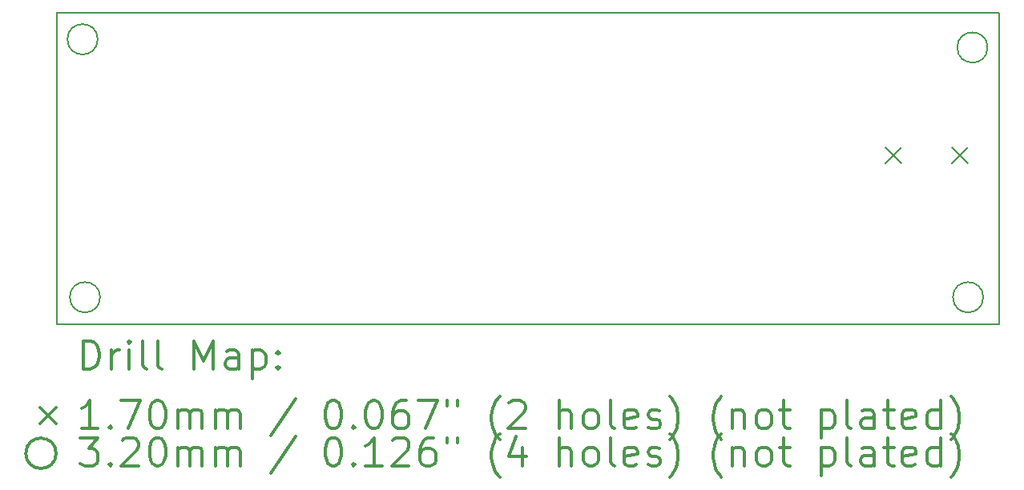
<source format=gbr>
%FSLAX45Y45*%
G04 Gerber Fmt 4.5, Leading zero omitted, Abs format (unit mm)*
G04 Created by KiCad (PCBNEW 5.0.2+dfsg1-1) date Fr 08 Jan 2021 16:22:00 CET*
%MOMM*%
%LPD*%
G01*
G04 APERTURE LIST*
%ADD10C,0.200000*%
%ADD11C,0.300000*%
G04 APERTURE END LIST*
D10*
X9845040Y-8939960D02*
X9845040Y-5643880D01*
X19800000Y-8939960D02*
X9845040Y-8939960D01*
X19800000Y-5648960D02*
X19800000Y-8939960D01*
X9850120Y-5648960D02*
X19800000Y-5648960D01*
D10*
X18601360Y-7072720D02*
X18771360Y-7242720D01*
X18771360Y-7072720D02*
X18601360Y-7242720D01*
X19301360Y-7072720D02*
X19471360Y-7242720D01*
X19471360Y-7072720D02*
X19301360Y-7242720D01*
X19631640Y-8656320D02*
G75*
G03X19631640Y-8656320I-160000J0D01*
G01*
X10299680Y-8656320D02*
G75*
G03X10299680Y-8656320I-160000J0D01*
G01*
X10274280Y-5928360D02*
G75*
G03X10274280Y-5928360I-160000J0D01*
G01*
X19677360Y-6014720D02*
G75*
G03X19677360Y-6014720I-160000J0D01*
G01*
D11*
X10121468Y-9415674D02*
X10121468Y-9115674D01*
X10192897Y-9115674D01*
X10235754Y-9129960D01*
X10264326Y-9158532D01*
X10278611Y-9187103D01*
X10292897Y-9244246D01*
X10292897Y-9287103D01*
X10278611Y-9344246D01*
X10264326Y-9372817D01*
X10235754Y-9401389D01*
X10192897Y-9415674D01*
X10121468Y-9415674D01*
X10421468Y-9415674D02*
X10421468Y-9215674D01*
X10421468Y-9272817D02*
X10435754Y-9244246D01*
X10450040Y-9229960D01*
X10478611Y-9215674D01*
X10507183Y-9215674D01*
X10607183Y-9415674D02*
X10607183Y-9215674D01*
X10607183Y-9115674D02*
X10592897Y-9129960D01*
X10607183Y-9144246D01*
X10621468Y-9129960D01*
X10607183Y-9115674D01*
X10607183Y-9144246D01*
X10792897Y-9415674D02*
X10764326Y-9401389D01*
X10750040Y-9372817D01*
X10750040Y-9115674D01*
X10950040Y-9415674D02*
X10921468Y-9401389D01*
X10907183Y-9372817D01*
X10907183Y-9115674D01*
X11292897Y-9415674D02*
X11292897Y-9115674D01*
X11392897Y-9329960D01*
X11492897Y-9115674D01*
X11492897Y-9415674D01*
X11764326Y-9415674D02*
X11764326Y-9258532D01*
X11750040Y-9229960D01*
X11721468Y-9215674D01*
X11664326Y-9215674D01*
X11635754Y-9229960D01*
X11764326Y-9401389D02*
X11735754Y-9415674D01*
X11664326Y-9415674D01*
X11635754Y-9401389D01*
X11621468Y-9372817D01*
X11621468Y-9344246D01*
X11635754Y-9315674D01*
X11664326Y-9301389D01*
X11735754Y-9301389D01*
X11764326Y-9287103D01*
X11907183Y-9215674D02*
X11907183Y-9515674D01*
X11907183Y-9229960D02*
X11935754Y-9215674D01*
X11992897Y-9215674D01*
X12021468Y-9229960D01*
X12035754Y-9244246D01*
X12050040Y-9272817D01*
X12050040Y-9358532D01*
X12035754Y-9387103D01*
X12021468Y-9401389D01*
X11992897Y-9415674D01*
X11935754Y-9415674D01*
X11907183Y-9401389D01*
X12178611Y-9387103D02*
X12192897Y-9401389D01*
X12178611Y-9415674D01*
X12164326Y-9401389D01*
X12178611Y-9387103D01*
X12178611Y-9415674D01*
X12178611Y-9229960D02*
X12192897Y-9244246D01*
X12178611Y-9258532D01*
X12164326Y-9244246D01*
X12178611Y-9229960D01*
X12178611Y-9258532D01*
X9665040Y-9824960D02*
X9835040Y-9994960D01*
X9835040Y-9824960D02*
X9665040Y-9994960D01*
X10278611Y-10045674D02*
X10107183Y-10045674D01*
X10192897Y-10045674D02*
X10192897Y-9745674D01*
X10164326Y-9788532D01*
X10135754Y-9817103D01*
X10107183Y-9831389D01*
X10407183Y-10017103D02*
X10421468Y-10031389D01*
X10407183Y-10045674D01*
X10392897Y-10031389D01*
X10407183Y-10017103D01*
X10407183Y-10045674D01*
X10521468Y-9745674D02*
X10721468Y-9745674D01*
X10592897Y-10045674D01*
X10892897Y-9745674D02*
X10921468Y-9745674D01*
X10950040Y-9759960D01*
X10964326Y-9774246D01*
X10978611Y-9802817D01*
X10992897Y-9859960D01*
X10992897Y-9931389D01*
X10978611Y-9988532D01*
X10964326Y-10017103D01*
X10950040Y-10031389D01*
X10921468Y-10045674D01*
X10892897Y-10045674D01*
X10864326Y-10031389D01*
X10850040Y-10017103D01*
X10835754Y-9988532D01*
X10821468Y-9931389D01*
X10821468Y-9859960D01*
X10835754Y-9802817D01*
X10850040Y-9774246D01*
X10864326Y-9759960D01*
X10892897Y-9745674D01*
X11121468Y-10045674D02*
X11121468Y-9845674D01*
X11121468Y-9874246D02*
X11135754Y-9859960D01*
X11164326Y-9845674D01*
X11207183Y-9845674D01*
X11235754Y-9859960D01*
X11250040Y-9888532D01*
X11250040Y-10045674D01*
X11250040Y-9888532D02*
X11264326Y-9859960D01*
X11292897Y-9845674D01*
X11335754Y-9845674D01*
X11364326Y-9859960D01*
X11378611Y-9888532D01*
X11378611Y-10045674D01*
X11521468Y-10045674D02*
X11521468Y-9845674D01*
X11521468Y-9874246D02*
X11535754Y-9859960D01*
X11564326Y-9845674D01*
X11607183Y-9845674D01*
X11635754Y-9859960D01*
X11650040Y-9888532D01*
X11650040Y-10045674D01*
X11650040Y-9888532D02*
X11664326Y-9859960D01*
X11692897Y-9845674D01*
X11735754Y-9845674D01*
X11764326Y-9859960D01*
X11778611Y-9888532D01*
X11778611Y-10045674D01*
X12364326Y-9731389D02*
X12107183Y-10117103D01*
X12750040Y-9745674D02*
X12778611Y-9745674D01*
X12807183Y-9759960D01*
X12821468Y-9774246D01*
X12835754Y-9802817D01*
X12850040Y-9859960D01*
X12850040Y-9931389D01*
X12835754Y-9988532D01*
X12821468Y-10017103D01*
X12807183Y-10031389D01*
X12778611Y-10045674D01*
X12750040Y-10045674D01*
X12721468Y-10031389D01*
X12707183Y-10017103D01*
X12692897Y-9988532D01*
X12678611Y-9931389D01*
X12678611Y-9859960D01*
X12692897Y-9802817D01*
X12707183Y-9774246D01*
X12721468Y-9759960D01*
X12750040Y-9745674D01*
X12978611Y-10017103D02*
X12992897Y-10031389D01*
X12978611Y-10045674D01*
X12964326Y-10031389D01*
X12978611Y-10017103D01*
X12978611Y-10045674D01*
X13178611Y-9745674D02*
X13207183Y-9745674D01*
X13235754Y-9759960D01*
X13250040Y-9774246D01*
X13264326Y-9802817D01*
X13278611Y-9859960D01*
X13278611Y-9931389D01*
X13264326Y-9988532D01*
X13250040Y-10017103D01*
X13235754Y-10031389D01*
X13207183Y-10045674D01*
X13178611Y-10045674D01*
X13150040Y-10031389D01*
X13135754Y-10017103D01*
X13121468Y-9988532D01*
X13107183Y-9931389D01*
X13107183Y-9859960D01*
X13121468Y-9802817D01*
X13135754Y-9774246D01*
X13150040Y-9759960D01*
X13178611Y-9745674D01*
X13535754Y-9745674D02*
X13478611Y-9745674D01*
X13450040Y-9759960D01*
X13435754Y-9774246D01*
X13407183Y-9817103D01*
X13392897Y-9874246D01*
X13392897Y-9988532D01*
X13407183Y-10017103D01*
X13421468Y-10031389D01*
X13450040Y-10045674D01*
X13507183Y-10045674D01*
X13535754Y-10031389D01*
X13550040Y-10017103D01*
X13564326Y-9988532D01*
X13564326Y-9917103D01*
X13550040Y-9888532D01*
X13535754Y-9874246D01*
X13507183Y-9859960D01*
X13450040Y-9859960D01*
X13421468Y-9874246D01*
X13407183Y-9888532D01*
X13392897Y-9917103D01*
X13664326Y-9745674D02*
X13864326Y-9745674D01*
X13735754Y-10045674D01*
X13964326Y-9745674D02*
X13964326Y-9802817D01*
X14078611Y-9745674D02*
X14078611Y-9802817D01*
X14521468Y-10159960D02*
X14507183Y-10145674D01*
X14478611Y-10102817D01*
X14464326Y-10074246D01*
X14450040Y-10031389D01*
X14435754Y-9959960D01*
X14435754Y-9902817D01*
X14450040Y-9831389D01*
X14464326Y-9788532D01*
X14478611Y-9759960D01*
X14507183Y-9717103D01*
X14521468Y-9702817D01*
X14621468Y-9774246D02*
X14635754Y-9759960D01*
X14664326Y-9745674D01*
X14735754Y-9745674D01*
X14764326Y-9759960D01*
X14778611Y-9774246D01*
X14792897Y-9802817D01*
X14792897Y-9831389D01*
X14778611Y-9874246D01*
X14607183Y-10045674D01*
X14792897Y-10045674D01*
X15150040Y-10045674D02*
X15150040Y-9745674D01*
X15278611Y-10045674D02*
X15278611Y-9888532D01*
X15264326Y-9859960D01*
X15235754Y-9845674D01*
X15192897Y-9845674D01*
X15164326Y-9859960D01*
X15150040Y-9874246D01*
X15464326Y-10045674D02*
X15435754Y-10031389D01*
X15421468Y-10017103D01*
X15407183Y-9988532D01*
X15407183Y-9902817D01*
X15421468Y-9874246D01*
X15435754Y-9859960D01*
X15464326Y-9845674D01*
X15507183Y-9845674D01*
X15535754Y-9859960D01*
X15550040Y-9874246D01*
X15564326Y-9902817D01*
X15564326Y-9988532D01*
X15550040Y-10017103D01*
X15535754Y-10031389D01*
X15507183Y-10045674D01*
X15464326Y-10045674D01*
X15735754Y-10045674D02*
X15707183Y-10031389D01*
X15692897Y-10002817D01*
X15692897Y-9745674D01*
X15964326Y-10031389D02*
X15935754Y-10045674D01*
X15878611Y-10045674D01*
X15850040Y-10031389D01*
X15835754Y-10002817D01*
X15835754Y-9888532D01*
X15850040Y-9859960D01*
X15878611Y-9845674D01*
X15935754Y-9845674D01*
X15964326Y-9859960D01*
X15978611Y-9888532D01*
X15978611Y-9917103D01*
X15835754Y-9945674D01*
X16092897Y-10031389D02*
X16121468Y-10045674D01*
X16178611Y-10045674D01*
X16207183Y-10031389D01*
X16221468Y-10002817D01*
X16221468Y-9988532D01*
X16207183Y-9959960D01*
X16178611Y-9945674D01*
X16135754Y-9945674D01*
X16107183Y-9931389D01*
X16092897Y-9902817D01*
X16092897Y-9888532D01*
X16107183Y-9859960D01*
X16135754Y-9845674D01*
X16178611Y-9845674D01*
X16207183Y-9859960D01*
X16321468Y-10159960D02*
X16335754Y-10145674D01*
X16364326Y-10102817D01*
X16378611Y-10074246D01*
X16392897Y-10031389D01*
X16407183Y-9959960D01*
X16407183Y-9902817D01*
X16392897Y-9831389D01*
X16378611Y-9788532D01*
X16364326Y-9759960D01*
X16335754Y-9717103D01*
X16321468Y-9702817D01*
X16864326Y-10159960D02*
X16850040Y-10145674D01*
X16821468Y-10102817D01*
X16807183Y-10074246D01*
X16792897Y-10031389D01*
X16778611Y-9959960D01*
X16778611Y-9902817D01*
X16792897Y-9831389D01*
X16807183Y-9788532D01*
X16821468Y-9759960D01*
X16850040Y-9717103D01*
X16864326Y-9702817D01*
X16978611Y-9845674D02*
X16978611Y-10045674D01*
X16978611Y-9874246D02*
X16992897Y-9859960D01*
X17021468Y-9845674D01*
X17064326Y-9845674D01*
X17092897Y-9859960D01*
X17107183Y-9888532D01*
X17107183Y-10045674D01*
X17292897Y-10045674D02*
X17264326Y-10031389D01*
X17250040Y-10017103D01*
X17235754Y-9988532D01*
X17235754Y-9902817D01*
X17250040Y-9874246D01*
X17264326Y-9859960D01*
X17292897Y-9845674D01*
X17335754Y-9845674D01*
X17364326Y-9859960D01*
X17378611Y-9874246D01*
X17392897Y-9902817D01*
X17392897Y-9988532D01*
X17378611Y-10017103D01*
X17364326Y-10031389D01*
X17335754Y-10045674D01*
X17292897Y-10045674D01*
X17478611Y-9845674D02*
X17592897Y-9845674D01*
X17521468Y-9745674D02*
X17521468Y-10002817D01*
X17535754Y-10031389D01*
X17564326Y-10045674D01*
X17592897Y-10045674D01*
X17921468Y-9845674D02*
X17921468Y-10145674D01*
X17921468Y-9859960D02*
X17950040Y-9845674D01*
X18007183Y-9845674D01*
X18035754Y-9859960D01*
X18050040Y-9874246D01*
X18064326Y-9902817D01*
X18064326Y-9988532D01*
X18050040Y-10017103D01*
X18035754Y-10031389D01*
X18007183Y-10045674D01*
X17950040Y-10045674D01*
X17921468Y-10031389D01*
X18235754Y-10045674D02*
X18207183Y-10031389D01*
X18192897Y-10002817D01*
X18192897Y-9745674D01*
X18478611Y-10045674D02*
X18478611Y-9888532D01*
X18464326Y-9859960D01*
X18435754Y-9845674D01*
X18378611Y-9845674D01*
X18350040Y-9859960D01*
X18478611Y-10031389D02*
X18450040Y-10045674D01*
X18378611Y-10045674D01*
X18350040Y-10031389D01*
X18335754Y-10002817D01*
X18335754Y-9974246D01*
X18350040Y-9945674D01*
X18378611Y-9931389D01*
X18450040Y-9931389D01*
X18478611Y-9917103D01*
X18578611Y-9845674D02*
X18692897Y-9845674D01*
X18621468Y-9745674D02*
X18621468Y-10002817D01*
X18635754Y-10031389D01*
X18664326Y-10045674D01*
X18692897Y-10045674D01*
X18907183Y-10031389D02*
X18878611Y-10045674D01*
X18821468Y-10045674D01*
X18792897Y-10031389D01*
X18778611Y-10002817D01*
X18778611Y-9888532D01*
X18792897Y-9859960D01*
X18821468Y-9845674D01*
X18878611Y-9845674D01*
X18907183Y-9859960D01*
X18921468Y-9888532D01*
X18921468Y-9917103D01*
X18778611Y-9945674D01*
X19178611Y-10045674D02*
X19178611Y-9745674D01*
X19178611Y-10031389D02*
X19150040Y-10045674D01*
X19092897Y-10045674D01*
X19064326Y-10031389D01*
X19050040Y-10017103D01*
X19035754Y-9988532D01*
X19035754Y-9902817D01*
X19050040Y-9874246D01*
X19064326Y-9859960D01*
X19092897Y-9845674D01*
X19150040Y-9845674D01*
X19178611Y-9859960D01*
X19292897Y-10159960D02*
X19307183Y-10145674D01*
X19335754Y-10102817D01*
X19350040Y-10074246D01*
X19364326Y-10031389D01*
X19378611Y-9959960D01*
X19378611Y-9902817D01*
X19364326Y-9831389D01*
X19350040Y-9788532D01*
X19335754Y-9759960D01*
X19307183Y-9717103D01*
X19292897Y-9702817D01*
X9835040Y-10305960D02*
G75*
G03X9835040Y-10305960I-160000J0D01*
G01*
X10092897Y-10141674D02*
X10278611Y-10141674D01*
X10178611Y-10255960D01*
X10221468Y-10255960D01*
X10250040Y-10270246D01*
X10264326Y-10284532D01*
X10278611Y-10313103D01*
X10278611Y-10384532D01*
X10264326Y-10413103D01*
X10250040Y-10427389D01*
X10221468Y-10441674D01*
X10135754Y-10441674D01*
X10107183Y-10427389D01*
X10092897Y-10413103D01*
X10407183Y-10413103D02*
X10421468Y-10427389D01*
X10407183Y-10441674D01*
X10392897Y-10427389D01*
X10407183Y-10413103D01*
X10407183Y-10441674D01*
X10535754Y-10170246D02*
X10550040Y-10155960D01*
X10578611Y-10141674D01*
X10650040Y-10141674D01*
X10678611Y-10155960D01*
X10692897Y-10170246D01*
X10707183Y-10198817D01*
X10707183Y-10227389D01*
X10692897Y-10270246D01*
X10521468Y-10441674D01*
X10707183Y-10441674D01*
X10892897Y-10141674D02*
X10921468Y-10141674D01*
X10950040Y-10155960D01*
X10964326Y-10170246D01*
X10978611Y-10198817D01*
X10992897Y-10255960D01*
X10992897Y-10327389D01*
X10978611Y-10384532D01*
X10964326Y-10413103D01*
X10950040Y-10427389D01*
X10921468Y-10441674D01*
X10892897Y-10441674D01*
X10864326Y-10427389D01*
X10850040Y-10413103D01*
X10835754Y-10384532D01*
X10821468Y-10327389D01*
X10821468Y-10255960D01*
X10835754Y-10198817D01*
X10850040Y-10170246D01*
X10864326Y-10155960D01*
X10892897Y-10141674D01*
X11121468Y-10441674D02*
X11121468Y-10241674D01*
X11121468Y-10270246D02*
X11135754Y-10255960D01*
X11164326Y-10241674D01*
X11207183Y-10241674D01*
X11235754Y-10255960D01*
X11250040Y-10284532D01*
X11250040Y-10441674D01*
X11250040Y-10284532D02*
X11264326Y-10255960D01*
X11292897Y-10241674D01*
X11335754Y-10241674D01*
X11364326Y-10255960D01*
X11378611Y-10284532D01*
X11378611Y-10441674D01*
X11521468Y-10441674D02*
X11521468Y-10241674D01*
X11521468Y-10270246D02*
X11535754Y-10255960D01*
X11564326Y-10241674D01*
X11607183Y-10241674D01*
X11635754Y-10255960D01*
X11650040Y-10284532D01*
X11650040Y-10441674D01*
X11650040Y-10284532D02*
X11664326Y-10255960D01*
X11692897Y-10241674D01*
X11735754Y-10241674D01*
X11764326Y-10255960D01*
X11778611Y-10284532D01*
X11778611Y-10441674D01*
X12364326Y-10127389D02*
X12107183Y-10513103D01*
X12750040Y-10141674D02*
X12778611Y-10141674D01*
X12807183Y-10155960D01*
X12821468Y-10170246D01*
X12835754Y-10198817D01*
X12850040Y-10255960D01*
X12850040Y-10327389D01*
X12835754Y-10384532D01*
X12821468Y-10413103D01*
X12807183Y-10427389D01*
X12778611Y-10441674D01*
X12750040Y-10441674D01*
X12721468Y-10427389D01*
X12707183Y-10413103D01*
X12692897Y-10384532D01*
X12678611Y-10327389D01*
X12678611Y-10255960D01*
X12692897Y-10198817D01*
X12707183Y-10170246D01*
X12721468Y-10155960D01*
X12750040Y-10141674D01*
X12978611Y-10413103D02*
X12992897Y-10427389D01*
X12978611Y-10441674D01*
X12964326Y-10427389D01*
X12978611Y-10413103D01*
X12978611Y-10441674D01*
X13278611Y-10441674D02*
X13107183Y-10441674D01*
X13192897Y-10441674D02*
X13192897Y-10141674D01*
X13164326Y-10184532D01*
X13135754Y-10213103D01*
X13107183Y-10227389D01*
X13392897Y-10170246D02*
X13407183Y-10155960D01*
X13435754Y-10141674D01*
X13507183Y-10141674D01*
X13535754Y-10155960D01*
X13550040Y-10170246D01*
X13564326Y-10198817D01*
X13564326Y-10227389D01*
X13550040Y-10270246D01*
X13378611Y-10441674D01*
X13564326Y-10441674D01*
X13821468Y-10141674D02*
X13764326Y-10141674D01*
X13735754Y-10155960D01*
X13721468Y-10170246D01*
X13692897Y-10213103D01*
X13678611Y-10270246D01*
X13678611Y-10384532D01*
X13692897Y-10413103D01*
X13707183Y-10427389D01*
X13735754Y-10441674D01*
X13792897Y-10441674D01*
X13821468Y-10427389D01*
X13835754Y-10413103D01*
X13850040Y-10384532D01*
X13850040Y-10313103D01*
X13835754Y-10284532D01*
X13821468Y-10270246D01*
X13792897Y-10255960D01*
X13735754Y-10255960D01*
X13707183Y-10270246D01*
X13692897Y-10284532D01*
X13678611Y-10313103D01*
X13964326Y-10141674D02*
X13964326Y-10198817D01*
X14078611Y-10141674D02*
X14078611Y-10198817D01*
X14521468Y-10555960D02*
X14507183Y-10541674D01*
X14478611Y-10498817D01*
X14464326Y-10470246D01*
X14450040Y-10427389D01*
X14435754Y-10355960D01*
X14435754Y-10298817D01*
X14450040Y-10227389D01*
X14464326Y-10184532D01*
X14478611Y-10155960D01*
X14507183Y-10113103D01*
X14521468Y-10098817D01*
X14764326Y-10241674D02*
X14764326Y-10441674D01*
X14692897Y-10127389D02*
X14621468Y-10341674D01*
X14807183Y-10341674D01*
X15150040Y-10441674D02*
X15150040Y-10141674D01*
X15278611Y-10441674D02*
X15278611Y-10284532D01*
X15264326Y-10255960D01*
X15235754Y-10241674D01*
X15192897Y-10241674D01*
X15164326Y-10255960D01*
X15150040Y-10270246D01*
X15464326Y-10441674D02*
X15435754Y-10427389D01*
X15421468Y-10413103D01*
X15407183Y-10384532D01*
X15407183Y-10298817D01*
X15421468Y-10270246D01*
X15435754Y-10255960D01*
X15464326Y-10241674D01*
X15507183Y-10241674D01*
X15535754Y-10255960D01*
X15550040Y-10270246D01*
X15564326Y-10298817D01*
X15564326Y-10384532D01*
X15550040Y-10413103D01*
X15535754Y-10427389D01*
X15507183Y-10441674D01*
X15464326Y-10441674D01*
X15735754Y-10441674D02*
X15707183Y-10427389D01*
X15692897Y-10398817D01*
X15692897Y-10141674D01*
X15964326Y-10427389D02*
X15935754Y-10441674D01*
X15878611Y-10441674D01*
X15850040Y-10427389D01*
X15835754Y-10398817D01*
X15835754Y-10284532D01*
X15850040Y-10255960D01*
X15878611Y-10241674D01*
X15935754Y-10241674D01*
X15964326Y-10255960D01*
X15978611Y-10284532D01*
X15978611Y-10313103D01*
X15835754Y-10341674D01*
X16092897Y-10427389D02*
X16121468Y-10441674D01*
X16178611Y-10441674D01*
X16207183Y-10427389D01*
X16221468Y-10398817D01*
X16221468Y-10384532D01*
X16207183Y-10355960D01*
X16178611Y-10341674D01*
X16135754Y-10341674D01*
X16107183Y-10327389D01*
X16092897Y-10298817D01*
X16092897Y-10284532D01*
X16107183Y-10255960D01*
X16135754Y-10241674D01*
X16178611Y-10241674D01*
X16207183Y-10255960D01*
X16321468Y-10555960D02*
X16335754Y-10541674D01*
X16364326Y-10498817D01*
X16378611Y-10470246D01*
X16392897Y-10427389D01*
X16407183Y-10355960D01*
X16407183Y-10298817D01*
X16392897Y-10227389D01*
X16378611Y-10184532D01*
X16364326Y-10155960D01*
X16335754Y-10113103D01*
X16321468Y-10098817D01*
X16864326Y-10555960D02*
X16850040Y-10541674D01*
X16821468Y-10498817D01*
X16807183Y-10470246D01*
X16792897Y-10427389D01*
X16778611Y-10355960D01*
X16778611Y-10298817D01*
X16792897Y-10227389D01*
X16807183Y-10184532D01*
X16821468Y-10155960D01*
X16850040Y-10113103D01*
X16864326Y-10098817D01*
X16978611Y-10241674D02*
X16978611Y-10441674D01*
X16978611Y-10270246D02*
X16992897Y-10255960D01*
X17021468Y-10241674D01*
X17064326Y-10241674D01*
X17092897Y-10255960D01*
X17107183Y-10284532D01*
X17107183Y-10441674D01*
X17292897Y-10441674D02*
X17264326Y-10427389D01*
X17250040Y-10413103D01*
X17235754Y-10384532D01*
X17235754Y-10298817D01*
X17250040Y-10270246D01*
X17264326Y-10255960D01*
X17292897Y-10241674D01*
X17335754Y-10241674D01*
X17364326Y-10255960D01*
X17378611Y-10270246D01*
X17392897Y-10298817D01*
X17392897Y-10384532D01*
X17378611Y-10413103D01*
X17364326Y-10427389D01*
X17335754Y-10441674D01*
X17292897Y-10441674D01*
X17478611Y-10241674D02*
X17592897Y-10241674D01*
X17521468Y-10141674D02*
X17521468Y-10398817D01*
X17535754Y-10427389D01*
X17564326Y-10441674D01*
X17592897Y-10441674D01*
X17921468Y-10241674D02*
X17921468Y-10541674D01*
X17921468Y-10255960D02*
X17950040Y-10241674D01*
X18007183Y-10241674D01*
X18035754Y-10255960D01*
X18050040Y-10270246D01*
X18064326Y-10298817D01*
X18064326Y-10384532D01*
X18050040Y-10413103D01*
X18035754Y-10427389D01*
X18007183Y-10441674D01*
X17950040Y-10441674D01*
X17921468Y-10427389D01*
X18235754Y-10441674D02*
X18207183Y-10427389D01*
X18192897Y-10398817D01*
X18192897Y-10141674D01*
X18478611Y-10441674D02*
X18478611Y-10284532D01*
X18464326Y-10255960D01*
X18435754Y-10241674D01*
X18378611Y-10241674D01*
X18350040Y-10255960D01*
X18478611Y-10427389D02*
X18450040Y-10441674D01*
X18378611Y-10441674D01*
X18350040Y-10427389D01*
X18335754Y-10398817D01*
X18335754Y-10370246D01*
X18350040Y-10341674D01*
X18378611Y-10327389D01*
X18450040Y-10327389D01*
X18478611Y-10313103D01*
X18578611Y-10241674D02*
X18692897Y-10241674D01*
X18621468Y-10141674D02*
X18621468Y-10398817D01*
X18635754Y-10427389D01*
X18664326Y-10441674D01*
X18692897Y-10441674D01*
X18907183Y-10427389D02*
X18878611Y-10441674D01*
X18821468Y-10441674D01*
X18792897Y-10427389D01*
X18778611Y-10398817D01*
X18778611Y-10284532D01*
X18792897Y-10255960D01*
X18821468Y-10241674D01*
X18878611Y-10241674D01*
X18907183Y-10255960D01*
X18921468Y-10284532D01*
X18921468Y-10313103D01*
X18778611Y-10341674D01*
X19178611Y-10441674D02*
X19178611Y-10141674D01*
X19178611Y-10427389D02*
X19150040Y-10441674D01*
X19092897Y-10441674D01*
X19064326Y-10427389D01*
X19050040Y-10413103D01*
X19035754Y-10384532D01*
X19035754Y-10298817D01*
X19050040Y-10270246D01*
X19064326Y-10255960D01*
X19092897Y-10241674D01*
X19150040Y-10241674D01*
X19178611Y-10255960D01*
X19292897Y-10555960D02*
X19307183Y-10541674D01*
X19335754Y-10498817D01*
X19350040Y-10470246D01*
X19364326Y-10427389D01*
X19378611Y-10355960D01*
X19378611Y-10298817D01*
X19364326Y-10227389D01*
X19350040Y-10184532D01*
X19335754Y-10155960D01*
X19307183Y-10113103D01*
X19292897Y-10098817D01*
M02*

</source>
